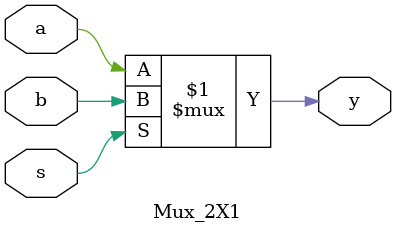
<source format=v>
module Mux_2X1 (a,b,s,y);
 input a,b;
 output y;
  input s;
  wire y ;
  assign y=(s)? b:a;
endmodule
</source>
